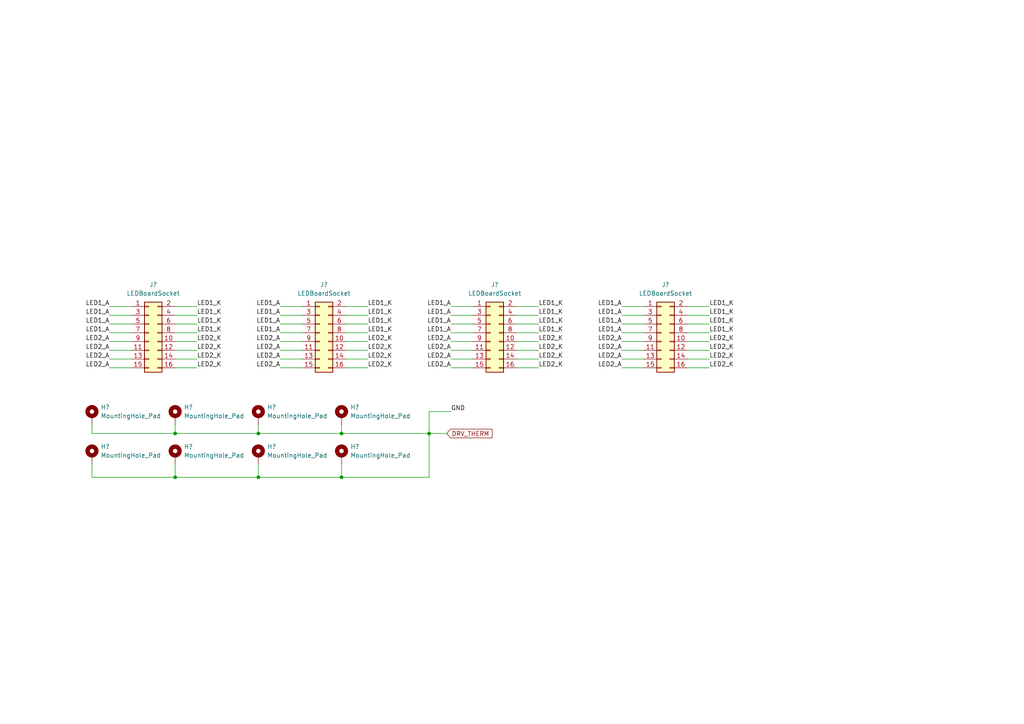
<source format=kicad_sch>
(kicad_sch (version 20211123) (generator eeschema)
  (paper "A4")
  (lib_symbols
    (symbol "Connector_Generic:Conn_02x08_Odd_Even" (pin_names (offset 1.016) hide)
      (property "Reference" "J" (at 1.27 10.16 0))
      (property "Value" "Conn_02x08_Odd_Even" (at 1.27 -12.7 0))
      (symbol "Conn_02x08_Odd_Even_1_1"
        (rectangle (start -1.27 -10.033) (end 0 -10.287) (stroke (width 0.1524)))
        (rectangle (start -1.27 -7.493) (end 0 -7.747) (stroke (width 0.1524)))
        (rectangle (start -1.27 -4.953) (end 0 -5.207) (stroke (width 0.1524)))
        (rectangle (start -1.27 -2.413) (end 0 -2.667) (stroke (width 0.1524)))
        (rectangle (start -1.27 0.127) (end 0 -0.127) (stroke (width 0.1524)))
        (rectangle (start -1.27 2.667) (end 0 2.413) (stroke (width 0.1524)))
        (rectangle (start -1.27 5.207) (end 0 4.953) (stroke (width 0.1524)))
        (rectangle (start -1.27 7.747) (end 0 7.493) (stroke (width 0.1524)))
        (rectangle (start -1.27 8.89) (end 3.81 -11.43) (stroke (width 0.254)) (fill (type background)))
        (rectangle (start 3.81 -10.033) (end 2.54 -10.287) (stroke (width 0.1524)))
        (rectangle (start 3.81 -7.493) (end 2.54 -7.747) (stroke (width 0.1524)))
        (rectangle (start 3.81 -4.953) (end 2.54 -5.207) (stroke (width 0.1524)))
        (rectangle (start 3.81 -2.413) (end 2.54 -2.667) (stroke (width 0.1524)))
        (rectangle (start 3.81 0.127) (end 2.54 -0.127) (stroke (width 0.1524)))
        (rectangle (start 3.81 2.667) (end 2.54 2.413) (stroke (width 0.1524)))
        (rectangle (start 3.81 5.207) (end 2.54 4.953) (stroke (width 0.1524)))
        (rectangle (start 3.81 7.747) (end 2.54 7.493) (stroke (width 0.1524)))
        (pin passive line (at -5.08 7.62 0) (length 3.81) (name "Pin_1") (number "1"))
        (pin passive line (at 7.62 -2.54 180) (length 3.81) (name "Pin_10") (number "10"))
        (pin passive line (at -5.08 -5.08 0) (length 3.81) (name "Pin_11") (number "11"))
        (pin passive line (at 7.62 -5.08 180) (length 3.81) (name "Pin_12") (number "12"))
        (pin passive line (at -5.08 -7.62 0) (length 3.81) (name "Pin_13") (number "13"))
        (pin passive line (at 7.62 -7.62 180) (length 3.81) (name "Pin_14") (number "14"))
        (pin passive line (at -5.08 -10.16 0) (length 3.81) (name "Pin_15") (number "15"))
        (pin passive line (at 7.62 -10.16 180) (length 3.81) (name "Pin_16") (number "16"))
        (pin passive line (at 7.62 7.62 180) (length 3.81) (name "Pin_2") (number "2"))
        (pin passive line (at -5.08 5.08 0) (length 3.81) (name "Pin_3") (number "3"))
        (pin passive line (at 7.62 5.08 180) (length 3.81) (name "Pin_4") (number "4"))
        (pin passive line (at -5.08 2.54 0) (length 3.81) (name "Pin_5") (number "5"))
        (pin passive line (at 7.62 2.54 180) (length 3.81) (name "Pin_6") (number "6"))
        (pin passive line (at -5.08 0 0) (length 3.81) (name "Pin_7") (number "7"))
        (pin passive line (at 7.62 0 180) (length 3.81) (name "Pin_8") (number "8"))
        (pin passive line (at -5.08 -2.54 0) (length 3.81) (name "Pin_9") (number "9"))
      )
    )
    (symbol "Mechanical:MountingHole_Pad" (pin_numbers hide) (pin_names (offset 1.016) hide)
      (property "Reference" "H" (at 0 6.35 0))
      (property "Value" "MountingHole_Pad" (at 0 4.445 0))
      (symbol "MountingHole_Pad_0_1"
        (circle (center 0 1.27) (radius 1.27) (stroke (width 1.27)))
      )
      (symbol "MountingHole_Pad_1_1"
        (pin input line (at 0 -2.54 90) (length 2.54) (name "1") (number "1"))
      )
    )
  )
  (junction (at 50.8 125.73))
  (junction (at 74.93 138.43))
  (junction (at 99.06 125.73))
  (junction (at 50.8 138.43))
  (junction (at 99.06 138.43))
  (junction (at 74.93 125.73))
  (junction (at 124.46 125.73))
  (wire (pts (xy 100.33 88.9) (xy 106.68 88.9)))
  (wire (pts (xy 199.39 88.9) (xy 205.74 88.9)))
  (wire (pts (xy 180.34 93.98) (xy 186.69 93.98)))
  (wire (pts (xy 149.86 91.44) (xy 156.21 91.44)))
  (wire (pts (xy 50.8 106.68) (xy 57.15 106.68)))
  (wire (pts (xy 26.67 134.62) (xy 26.67 138.43)))
  (wire (pts (xy 50.8 88.9) (xy 57.15 88.9)))
  (wire (pts (xy 180.34 106.68) (xy 186.69 106.68)))
  (wire (pts (xy 130.81 99.06) (xy 137.16 99.06)))
  (wire (pts (xy 26.67 125.73) (xy 50.8 125.73)))
  (wire (pts (xy 149.86 93.98) (xy 156.21 93.98)))
  (wire (pts (xy 81.28 91.44) (xy 87.63 91.44)))
  (wire (pts (xy 199.39 91.44) (xy 205.74 91.44)))
  (wire (pts (xy 81.28 106.68) (xy 87.63 106.68)))
  (wire (pts (xy 130.81 104.14) (xy 137.16 104.14)))
  (wire (pts (xy 199.39 106.68) (xy 205.74 106.68)))
  (wire (pts (xy 99.06 123.19) (xy 99.06 125.73)))
  (wire (pts (xy 74.93 123.19) (xy 74.93 125.73)))
  (wire (pts (xy 50.8 99.06) (xy 57.15 99.06)))
  (wire (pts (xy 81.28 96.52) (xy 87.63 96.52)))
  (wire (pts (xy 180.34 101.6) (xy 186.69 101.6)))
  (wire (pts (xy 199.39 96.52) (xy 205.74 96.52)))
  (wire (pts (xy 180.34 91.44) (xy 186.69 91.44)))
  (wire (pts (xy 50.8 138.43) (xy 74.93 138.43)))
  (wire (pts (xy 31.75 101.6) (xy 38.1 101.6)))
  (wire (pts (xy 100.33 106.68) (xy 106.68 106.68)))
  (wire (pts (xy 100.33 99.06) (xy 106.68 99.06)))
  (wire (pts (xy 31.75 96.52) (xy 38.1 96.52)))
  (wire (pts (xy 50.8 101.6) (xy 57.15 101.6)))
  (wire (pts (xy 149.86 101.6) (xy 156.21 101.6)))
  (wire (pts (xy 81.28 101.6) (xy 87.63 101.6)))
  (wire (pts (xy 130.81 119.38) (xy 124.46 119.38)))
  (wire (pts (xy 50.8 96.52) (xy 57.15 96.52)))
  (wire (pts (xy 100.33 104.14) (xy 106.68 104.14)))
  (wire (pts (xy 50.8 93.98) (xy 57.15 93.98)))
  (wire (pts (xy 31.75 88.9) (xy 38.1 88.9)))
  (wire (pts (xy 130.81 106.68) (xy 137.16 106.68)))
  (wire (pts (xy 100.33 91.44) (xy 106.68 91.44)))
  (wire (pts (xy 130.81 96.52) (xy 137.16 96.52)))
  (wire (pts (xy 130.81 93.98) (xy 137.16 93.98)))
  (wire (pts (xy 149.86 96.52) (xy 156.21 96.52)))
  (wire (pts (xy 31.75 91.44) (xy 38.1 91.44)))
  (wire (pts (xy 50.8 104.14) (xy 57.15 104.14)))
  (wire (pts (xy 31.75 99.06) (xy 38.1 99.06)))
  (wire (pts (xy 26.67 123.19) (xy 26.67 125.73)))
  (wire (pts (xy 81.28 99.06) (xy 87.63 99.06)))
  (wire (pts (xy 180.34 88.9) (xy 186.69 88.9)))
  (wire (pts (xy 199.39 104.14) (xy 205.74 104.14)))
  (wire (pts (xy 100.33 96.52) (xy 106.68 96.52)))
  (wire (pts (xy 124.46 125.73) (xy 129.54 125.73)))
  (wire (pts (xy 50.8 91.44) (xy 57.15 91.44)))
  (wire (pts (xy 74.93 138.43) (xy 99.06 138.43)))
  (wire (pts (xy 50.8 123.19) (xy 50.8 125.73)))
  (wire (pts (xy 81.28 93.98) (xy 87.63 93.98)))
  (wire (pts (xy 130.81 88.9) (xy 137.16 88.9)))
  (wire (pts (xy 50.8 134.62) (xy 50.8 138.43)))
  (wire (pts (xy 74.93 125.73) (xy 99.06 125.73)))
  (wire (pts (xy 99.06 134.62) (xy 99.06 138.43)))
  (wire (pts (xy 149.86 88.9) (xy 156.21 88.9)))
  (wire (pts (xy 31.75 106.68) (xy 38.1 106.68)))
  (wire (pts (xy 74.93 134.62) (xy 74.93 138.43)))
  (wire (pts (xy 100.33 101.6) (xy 106.68 101.6)))
  (wire (pts (xy 124.46 119.38) (xy 124.46 125.73)))
  (wire (pts (xy 149.86 106.68) (xy 156.21 106.68)))
  (wire (pts (xy 199.39 101.6) (xy 205.74 101.6)))
  (wire (pts (xy 26.67 138.43) (xy 50.8 138.43)))
  (wire (pts (xy 180.34 104.14) (xy 186.69 104.14)))
  (wire (pts (xy 149.86 99.06) (xy 156.21 99.06)))
  (wire (pts (xy 31.75 104.14) (xy 38.1 104.14)))
  (wire (pts (xy 180.34 96.52) (xy 186.69 96.52)))
  (wire (pts (xy 199.39 93.98) (xy 205.74 93.98)))
  (wire (pts (xy 180.34 99.06) (xy 186.69 99.06)))
  (wire (pts (xy 81.28 88.9) (xy 87.63 88.9)))
  (wire (pts (xy 199.39 99.06) (xy 205.74 99.06)))
  (wire (pts (xy 149.86 104.14) (xy 156.21 104.14)))
  (wire (pts (xy 81.28 104.14) (xy 87.63 104.14)))
  (wire (pts (xy 100.33 93.98) (xy 106.68 93.98)))
  (wire (pts (xy 130.81 101.6) (xy 137.16 101.6)))
  (wire (pts (xy 99.06 138.43) (xy 124.46 138.43)))
  (wire (pts (xy 130.81 91.44) (xy 137.16 91.44)))
  (wire (pts (xy 124.46 138.43) (xy 124.46 125.73)))
  (wire (pts (xy 31.75 93.98) (xy 38.1 93.98)))
  (wire (pts (xy 50.8 125.73) (xy 74.93 125.73)))
  (wire (pts (xy 99.06 125.73) (xy 124.46 125.73)))
  (label "LED2_K" (at 57.15 104.14 0))
  (label "LED1_A" (at 31.75 93.98 180))
  (label "LED2_K" (at 156.21 99.06 0))
  (label "LED2_A" (at 130.81 99.06 180))
  (label "LED1_K" (at 106.68 88.9 0))
  (label "LED2_K" (at 156.21 106.68 0))
  (label "LED2_K" (at 57.15 99.06 0))
  (label "LED2_K" (at 106.68 99.06 0))
  (label "LED1_A" (at 130.81 88.9 180))
  (label "LED1_K" (at 156.21 91.44 0))
  (label "LED2_K" (at 106.68 106.68 0))
  (label "LED1_A" (at 31.75 96.52 180))
  (label "LED1_K" (at 156.21 88.9 0))
  (label "LED2_K" (at 205.74 106.68 0))
  (label "LED1_A" (at 130.81 96.52 180))
  (label "LED2_K" (at 205.74 101.6 0))
  (label "LED2_A" (at 130.81 101.6 180))
  (label "LED1_K" (at 57.15 88.9 0))
  (label "LED2_A" (at 180.34 104.14 180))
  (label "LED2_A" (at 130.81 104.14 180))
  (label "LED1_A" (at 130.81 91.44 180))
  (label "LED2_A" (at 81.28 106.68 180))
  (label "LED1_K" (at 205.74 93.98 0))
  (label "LED1_A" (at 130.81 93.98 180))
  (label "LED1_A" (at 81.28 91.44 180))
  (label "LED1_K" (at 57.15 91.44 0))
  (label "LED2_A" (at 81.28 104.14 180))
  (label "LED1_K" (at 156.21 96.52 0))
  (label "LED1_A" (at 180.34 91.44 180))
  (label "LED1_A" (at 81.28 93.98 180))
  (label "LED1_A" (at 180.34 96.52 180))
  (label "LED1_A" (at 81.28 88.9 180))
  (label "LED2_A" (at 31.75 99.06 180))
  (label "LED2_A" (at 130.81 106.68 180))
  (label "LED1_K" (at 205.74 96.52 0))
  (label "LED1_A" (at 81.28 96.52 180))
  (label "LED1_K" (at 57.15 96.52 0))
  (label "LED1_K" (at 106.68 91.44 0))
  (label "LED1_A" (at 31.75 88.9 180))
  (label "LED2_K" (at 106.68 104.14 0))
  (label "LED2_K" (at 205.74 104.14 0))
  (label "LED2_A" (at 180.34 101.6 180))
  (label "LED1_K" (at 106.68 96.52 0))
  (label "LED2_A" (at 31.75 104.14 180))
  (label "LED1_K" (at 205.74 88.9 0))
  (label "LED2_K" (at 57.15 101.6 0))
  (label "LED2_A" (at 31.75 106.68 180))
  (label "LED2_A" (at 180.34 106.68 180))
  (label "LED2_K" (at 106.68 101.6 0))
  (label "LED2_K" (at 156.21 104.14 0))
  (label "LED1_A" (at 180.34 93.98 180))
  (label "LED2_K" (at 156.21 101.6 0))
  (label "LED2_A" (at 81.28 99.06 180))
  (label "LED2_A" (at 81.28 101.6 180))
  (label "LED1_A" (at 31.75 91.44 180))
  (label "LED1_K" (at 205.74 91.44 0))
  (label "LED1_A" (at 180.34 88.9 180))
  (label "LED2_K" (at 205.74 99.06 0))
  (label "LED2_A" (at 180.34 99.06 180))
  (label "LED2_A" (at 31.75 101.6 180))
  (label "LED1_K" (at 57.15 93.98 0))
  (label "LED1_K" (at 156.21 93.98 0))
  (label "GND" (at 130.81 119.38 0))
  (label "LED1_K" (at 106.68 93.98 0))
  (label "LED2_K" (at 57.15 106.68 0))
  (global_label "DRV_THERM" (shape input) (at 129.54 125.73 0) (property "Intersheet References" "${INTERSHEET_REFS}" (effects hide)))
  (symbol (lib_id "Mechanical:MountingHole_Pad") (at 26.67 120.65 0) (unit 1)
    (property "Reference" "H?" (at 29.21 118.1099 0) (effects (justify left)))
    (property "Value" "MountingHole_Pad" (at 29.21 120.6499 0) (effects (justify left)))
    (property "Footprint" "MountingHole:MountingHole_3.2mm_M3_ISO14580_Pad" (effects hide))
  )
  (symbol (lib_id "Mechanical:MountingHole_Pad") (at 99.06 132.08 0) (unit 1)
    (property "Reference" "H?" (at 101.6 129.5399 0) (effects (justify left)))
    (property "Value" "MountingHole_Pad" (at 101.6 132.0799 0) (effects (justify left)))
    (property "Footprint" "MountingHole:MountingHole_3.2mm_M3_ISO14580_Pad" (effects hide))
  )
  (symbol (lib_id "Connector_Generic:Conn_02x08_Odd_Even") (at 92.71 96.52 0) (unit 1)
    (property "Reference" "J?" (at 93.98 82.55 0))
    (property "Value" "LEDBoardSocket" (at 93.98 85.09 0))
    (property "Footprint" "Connector_PinHeader_1.27mm:PinHeader_2x08_P1.27mm_Vertical" (effects hide))
    (property "Datasheet" "http://suddendocs.samtec.com/catalog_english/fts.pdf" (effects hide))
    (property "Part Number" "SAM13120CT-ND " (effects hide))
    (property "Supplier" "Digikey" (effects hide))
    (property "Link" "https://www.digikey.com/en/products/detail/samtec-inc/CLP-108-02-G-D-K-TR/6693574" (effects hide))
  )
  (symbol (lib_id "Mechanical:MountingHole_Pad") (at 74.93 132.08 0) (unit 1)
    (property "Reference" "H?" (at 77.47 129.5399 0) (effects (justify left)))
    (property "Value" "MountingHole_Pad" (at 77.47 132.0799 0) (effects (justify left)))
    (property "Footprint" "MountingHole:MountingHole_3.2mm_M3_ISO14580_Pad" (effects hide))
  )
  (symbol (lib_id "Connector_Generic:Conn_02x08_Odd_Even") (at 142.24 96.52 0) (unit 1)
    (property "Reference" "J?" (at 143.51 82.55 0))
    (property "Value" "LEDBoardSocket" (at 143.51 85.09 0))
    (property "Footprint" "Connector_PinHeader_1.27mm:PinHeader_2x08_P1.27mm_Vertical" (effects hide))
    (property "Datasheet" "http://suddendocs.samtec.com/catalog_english/fts.pdf" (effects hide))
    (property "Part Number" "SAM13120CT-ND " (effects hide))
    (property "Supplier" "Digikey" (effects hide))
    (property "Link" "https://www.digikey.com/en/products/detail/samtec-inc/CLP-108-02-G-D-K-TR/6693574" (effects hide))
  )
  (symbol (lib_id "Connector_Generic:Conn_02x08_Odd_Even") (at 43.18 96.52 0) (unit 1)
    (property "Reference" "J?" (at 44.45 82.55 0))
    (property "Value" "LEDBoardSocket" (at 44.45 85.09 0))
    (property "Footprint" "Connector_PinHeader_1.27mm:PinHeader_2x08_P1.27mm_Vertical" (effects hide))
    (property "Datasheet" "http://suddendocs.samtec.com/catalog_english/fts.pdf" (effects hide))
    (property "Part Number" "SAM13120CT-ND " (effects hide))
    (property "Supplier" "Digikey" (effects hide))
    (property "Link" "https://www.digikey.com/en/products/detail/samtec-inc/CLP-108-02-G-D-K-TR/6693574" (effects hide))
  )
  (symbol (lib_id "Mechanical:MountingHole_Pad") (at 26.67 132.08 0) (unit 1)
    (property "Reference" "H?" (at 29.21 129.5399 0) (effects (justify left)))
    (property "Value" "MountingHole_Pad" (at 29.21 132.0799 0) (effects (justify left)))
    (property "Footprint" "MountingHole:MountingHole_3.2mm_M3_ISO14580_Pad" (effects hide))
  )
  (symbol (lib_id "Mechanical:MountingHole_Pad") (at 50.8 132.08 0) (unit 1)
    (property "Reference" "H?" (at 53.34 129.5399 0) (effects (justify left)))
    (property "Value" "MountingHole_Pad" (at 53.34 132.0799 0) (effects (justify left)))
    (property "Footprint" "MountingHole:MountingHole_3.2mm_M3_ISO14580_Pad" (effects hide))
  )
  (symbol (lib_id "Mechanical:MountingHole_Pad") (at 99.06 120.65 0) (unit 1)
    (property "Reference" "H?" (at 101.6 118.1099 0) (effects (justify left)))
    (property "Value" "MountingHole_Pad" (at 101.6 120.6499 0) (effects (justify left)))
    (property "Footprint" "MountingHole:MountingHole_3.2mm_M3_ISO14580_Pad" (effects hide))
  )
  (symbol (lib_id "Connector_Generic:Conn_02x08_Odd_Even") (at 191.77 96.52 0) (unit 1)
    (property "Reference" "J?" (at 193.04 82.55 0))
    (property "Value" "LEDBoardSocket" (at 193.04 85.09 0))
    (property "Footprint" "Connector_PinHeader_1.27mm:PinHeader_2x08_P1.27mm_Vertical" (effects hide))
    (property "Datasheet" "http://suddendocs.samtec.com/catalog_english/fts.pdf" (effects hide))
    (property "Part Number" "SAM13120CT-ND " (effects hide))
    (property "Supplier" "Digikey" (effects hide))
    (property "Link" "https://www.digikey.com/en/products/detail/samtec-inc/CLP-108-02-G-D-K-TR/6693574" (effects hide))
  )
  (symbol (lib_id "Mechanical:MountingHole_Pad") (at 74.93 120.65 0) (unit 1)
    (property "Reference" "H?" (at 77.47 118.1099 0) (effects (justify left)))
    (property "Value" "MountingHole_Pad" (at 77.47 120.6499 0) (effects (justify left)))
    (property "Footprint" "MountingHole:MountingHole_3.2mm_M3_ISO14580_Pad" (effects hide))
  )
  (symbol (lib_id "Mechanical:MountingHole_Pad") (at 50.8 120.65 0) (unit 1)
    (property "Reference" "H?" (at 53.34 118.1099 0) (effects (justify left)))
    (property "Value" "MountingHole_Pad" (at 53.34 120.6499 0) (effects (justify left)))
    (property "Footprint" "MountingHole:MountingHole_3.2mm_M3_ISO14580_Pad" (effects hide))
  )
)
</source>
